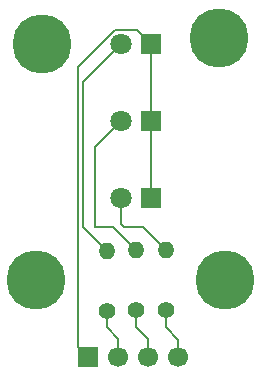
<source format=gbr>
%TF.GenerationSoftware,KiCad,Pcbnew,9.0.1*%
%TF.CreationDate,2025-05-11T21:22:52+02:00*%
%TF.ProjectId,Traffic_Light_Arduino,54726166-6669-4635-9f4c-696768745f41,rev?*%
%TF.SameCoordinates,Original*%
%TF.FileFunction,Copper,L1,Top*%
%TF.FilePolarity,Positive*%
%FSLAX46Y46*%
G04 Gerber Fmt 4.6, Leading zero omitted, Abs format (unit mm)*
G04 Created by KiCad (PCBNEW 9.0.1) date 2025-05-11 21:22:52*
%MOMM*%
%LPD*%
G01*
G04 APERTURE LIST*
%TA.AperFunction,ComponentPad*%
%ADD10C,5.000000*%
%TD*%
%TA.AperFunction,ComponentPad*%
%ADD11R,1.700000X1.700000*%
%TD*%
%TA.AperFunction,ComponentPad*%
%ADD12C,1.700000*%
%TD*%
%TA.AperFunction,ComponentPad*%
%ADD13C,1.400000*%
%TD*%
%TA.AperFunction,ComponentPad*%
%ADD14O,1.400000X1.400000*%
%TD*%
%TA.AperFunction,ComponentPad*%
%ADD15R,1.800000X1.800000*%
%TD*%
%TA.AperFunction,ComponentPad*%
%ADD16C,1.800000*%
%TD*%
%TA.AperFunction,Conductor*%
%ADD17C,0.200000*%
%TD*%
G04 APERTURE END LIST*
D10*
%TO.P,H4,1*%
%TO.N,N/C*%
X176500000Y-98000000D03*
%TD*%
D11*
%TO.P,J1,1,Pin_1*%
%TO.N,Net-(D1-K)*%
X164920000Y-104500000D03*
D12*
%TO.P,J1,2,Pin_2*%
%TO.N,Net-(J1-Pin_2)*%
X167460000Y-104500000D03*
%TO.P,J1,3,Pin_3*%
%TO.N,Net-(J1-Pin_3)*%
X170000000Y-104500000D03*
%TO.P,J1,4,Pin_4*%
%TO.N,Net-(J1-Pin_4)*%
X172540000Y-104500000D03*
%TD*%
D13*
%TO.P,R3,1*%
%TO.N,Net-(J1-Pin_4)*%
X171500000Y-100540000D03*
D14*
%TO.P,R3,2*%
%TO.N,Net-(D3-A)*%
X171500000Y-95460000D03*
%TD*%
D13*
%TO.P,R2,1*%
%TO.N,Net-(J1-Pin_3)*%
X169000000Y-100540000D03*
D14*
%TO.P,R2,2*%
%TO.N,Net-(D2-A)*%
X169000000Y-95460000D03*
%TD*%
D13*
%TO.P,R1,1*%
%TO.N,Net-(J1-Pin_2)*%
X166500000Y-100580000D03*
D14*
%TO.P,R1,2*%
%TO.N,Net-(D1-A)*%
X166500000Y-95500000D03*
%TD*%
D10*
%TO.P,H3,1*%
%TO.N,N/C*%
X160500000Y-98000000D03*
%TD*%
%TO.P,H2,1*%
%TO.N,N/C*%
X161000000Y-78000000D03*
%TD*%
%TO.P,H1,1*%
%TO.N,N/C*%
X176000000Y-77500000D03*
%TD*%
D15*
%TO.P,D3,1,K*%
%TO.N,Net-(D1-K)*%
X170270000Y-91000000D03*
D16*
%TO.P,D3,2,A*%
%TO.N,Net-(D3-A)*%
X167730000Y-91000000D03*
%TD*%
D15*
%TO.P,D2,1,K*%
%TO.N,Net-(D1-K)*%
X170270000Y-84500000D03*
D16*
%TO.P,D2,2,A*%
%TO.N,Net-(D2-A)*%
X167730000Y-84500000D03*
%TD*%
D15*
%TO.P,D1,1,K*%
%TO.N,Net-(D1-K)*%
X170270000Y-78000000D03*
D16*
%TO.P,D1,2,A*%
%TO.N,Net-(D1-A)*%
X167730000Y-78000000D03*
%TD*%
D17*
%TO.N,Net-(J1-Pin_4)*%
X172540000Y-103040000D02*
X172540000Y-104500000D01*
X171500000Y-102000000D02*
X172540000Y-103040000D01*
X171500000Y-100540000D02*
X171500000Y-102000000D01*
%TO.N,Net-(J1-Pin_3)*%
X169000000Y-102000000D02*
X170000000Y-103000000D01*
X170000000Y-103000000D02*
X170000000Y-104500000D01*
X169000000Y-100540000D02*
X169000000Y-102000000D01*
%TO.N,Net-(J1-Pin_2)*%
X167460000Y-102960000D02*
X167460000Y-104500000D01*
X166500000Y-102000000D02*
X167460000Y-102960000D01*
X166500000Y-100580000D02*
X166500000Y-102000000D01*
%TO.N,Net-(D1-K)*%
X164099000Y-103679000D02*
X164920000Y-104500000D01*
X164099000Y-79932529D02*
X164099000Y-103679000D01*
X167232529Y-76799000D02*
X164099000Y-79932529D01*
X170270000Y-78000000D02*
X169069000Y-76799000D01*
X169069000Y-76799000D02*
X167232529Y-76799000D01*
%TO.N,Net-(D2-A)*%
X167040000Y-93500000D02*
X169000000Y-95460000D01*
X165500000Y-93500000D02*
X167040000Y-93500000D01*
X165500000Y-86730000D02*
X165500000Y-93500000D01*
X167730000Y-84500000D02*
X165500000Y-86730000D01*
%TO.N,Net-(D1-A)*%
X164500000Y-93500000D02*
X166500000Y-95500000D01*
X164500000Y-81230000D02*
X164500000Y-93500000D01*
X167730000Y-78000000D02*
X164500000Y-81230000D01*
%TO.N,Net-(D3-A)*%
X169540000Y-93500000D02*
X171500000Y-95460000D01*
X168000000Y-93500000D02*
X169540000Y-93500000D01*
X167730000Y-93230000D02*
X168000000Y-93500000D01*
X167730000Y-91000000D02*
X167730000Y-93230000D01*
%TO.N,Net-(D1-K)*%
X170270000Y-78000000D02*
X170270000Y-91000000D01*
%TD*%
M02*

</source>
